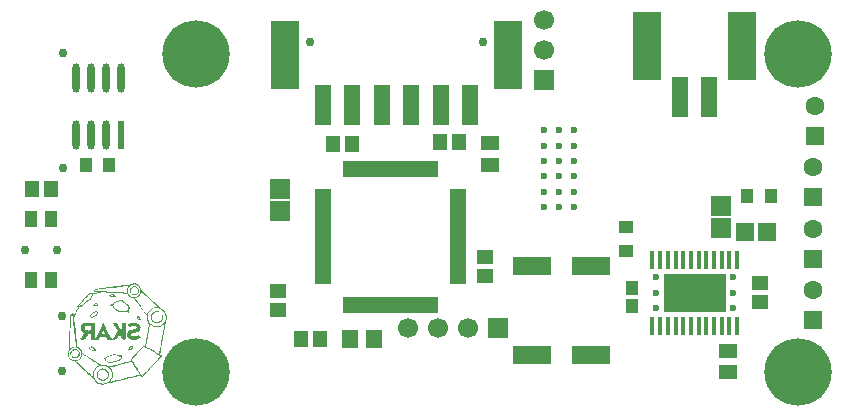
<source format=gbr>
%TF.GenerationSoftware,Altium Limited,Altium Designer,25.4.2 (15)*%
G04 Layer_Color=16711935*
%FSLAX45Y45*%
%MOMM*%
%TF.SameCoordinates,7A81EC90-EEC5-4681-87D9-92CB7B0FDDE2*%
%TF.FilePolarity,Negative*%
%TF.FileFunction,Soldermask,Bot*%
%TF.Part,Single*%
G01*
G75*
%TA.AperFunction,SMDPad,CuDef*%
%ADD13R,1.45620X1.30464*%
%ADD17R,3.20000X1.60000*%
%ADD23R,1.25000X1.00000*%
%ADD25R,1.00000X1.25000*%
%ADD32R,1.30464X1.45620*%
%TA.AperFunction,ComponentPad*%
%ADD41C,0.75000*%
%ADD42R,1.60000X1.60000*%
%ADD43C,1.60000*%
%TA.AperFunction,ViaPad*%
%ADD45C,0.60000*%
%TA.AperFunction,SMDPad,CuDef*%
%ADD48R,1.05822X1.30606*%
%ADD49R,1.00000X1.45000*%
%ADD51R,0.30000X1.60000*%
%ADD52R,0.62213X2.46916*%
G04:AMPARAMS|DCode=53|XSize=2.46916mm|YSize=0.62213mm|CornerRadius=0.31107mm|HoleSize=0mm|Usage=FLASHONLY|Rotation=90.000|XOffset=0mm|YOffset=0mm|HoleType=Round|Shape=RoundedRectangle|*
%AMROUNDEDRECTD53*
21,1,2.46916,0.00000,0,0,90.0*
21,1,1.84702,0.62213,0,0,90.0*
1,1,0.62213,0.00000,0.92351*
1,1,0.62213,0.00000,-0.92351*
1,1,0.62213,0.00000,-0.92351*
1,1,0.62213,0.00000,0.92351*
%
%ADD53ROUNDEDRECTD53*%
%ADD57R,1.50464X1.55620*%
%ADD67R,1.55000X1.20000*%
%ADD69R,1.40000X3.40000*%
%ADD70R,2.40000X5.80000*%
%ADD74R,1.40000X1.65000*%
%TA.AperFunction,ConnectorPad*%
%ADD76R,2.40000X5.80000*%
%ADD77R,1.40000X3.40000*%
%TA.AperFunction,ComponentPad*%
%ADD78R,1.70000X1.70000*%
%ADD79C,1.70000*%
%ADD80C,0.75000*%
%ADD81R,1.70000X1.70000*%
%TA.AperFunction,ViaPad*%
%ADD82C,5.70000*%
%TA.AperFunction,NonConductor*%
%ADD83R,5.26000X3.20000*%
%TA.AperFunction,SMDPad,CuDef*%
%ADD84R,1.75000X1.70000*%
%ADD85R,0.50000X1.40000*%
%ADD86R,1.40000X0.50000*%
G36*
X3541139Y10353487D02*
X3550221Y10351010D01*
X3561780Y10346056D01*
X3565082Y10342754D01*
X3568384Y10341103D01*
X3577466Y10332021D01*
X3589025Y10310554D01*
X3590676Y10297345D01*
X3594804Y10296519D01*
X3614619Y10276704D01*
X3617922Y10275053D01*
X3657551Y10235423D01*
X3660854Y10233772D01*
X3700484Y10194142D01*
X3703786Y10192491D01*
X3743416Y10152861D01*
X3768185Y10139651D01*
X3771487Y10136348D01*
X3774790Y10134697D01*
X3781395Y10128092D01*
X3788825Y10119010D01*
X3800384Y10097544D01*
X3803687Y10089288D01*
X3805338Y10062868D01*
X3803687Y10051309D01*
X3799558Y10037274D01*
X3797907Y10030669D01*
X3796256Y10022413D01*
X3792953Y10002598D01*
X3791302Y9994341D01*
X3786349Y9964619D01*
X3784697Y9956363D01*
X3781395Y9936548D01*
X3779744Y9928292D01*
X3776441Y9908477D01*
X3774790Y9900221D01*
X3769836Y9870498D01*
X3768185Y9862242D01*
X3764882Y9842427D01*
X3763231Y9834171D01*
X3759928Y9814356D01*
X3758277Y9806100D01*
X3753323Y9776377D01*
X3751672Y9768121D01*
X3749195Y9750783D01*
X3763231Y9743353D01*
X3765708Y9740876D01*
X3752498Y9727666D01*
X3750847Y9724363D01*
X3731032Y9704548D01*
X3729381Y9701246D01*
X3709566Y9681431D01*
X3707914Y9678128D01*
X3688100Y9658314D01*
X3686448Y9655011D01*
X3664982Y9633545D01*
X3663331Y9630242D01*
X3643516Y9610428D01*
X3641865Y9607125D01*
X3622050Y9587310D01*
X3620398Y9584008D01*
X3600584Y9564193D01*
X3598932Y9560890D01*
X3594804Y9556762D01*
X3587374Y9567495D01*
X3585722Y9570798D01*
X3583246Y9573274D01*
X3575815Y9572449D01*
X3549395Y9565844D01*
X3541139Y9564193D01*
X3494904Y9552634D01*
X3486648Y9550983D01*
X3440413Y9539424D01*
X3432157Y9537773D01*
X3392527Y9527865D01*
X3384271Y9526214D01*
X3338036Y9514655D01*
X3329780Y9513004D01*
X3316570Y9509702D01*
X3305837Y9507225D01*
X3289324Y9500620D01*
X3284371Y9498969D01*
X3256300Y9497317D01*
X3244741Y9498969D01*
X3235659Y9501446D01*
X3224926Y9505574D01*
X3215018Y9512179D01*
X3211716Y9513830D01*
X3199332Y9526214D01*
X3197680Y9529517D01*
X3194378Y9532819D01*
X3186122Y9547680D01*
X3170435Y9563367D01*
X3167132Y9565018D01*
X3152271Y9579879D01*
X3148969Y9581531D01*
X3132456Y9598043D01*
X3129154Y9599695D01*
X3114292Y9614556D01*
X3110990Y9616207D01*
X3094478Y9632719D01*
X3091175Y9634371D01*
X3076314Y9649232D01*
X3073012Y9650883D01*
X3056499Y9667395D01*
X3053197Y9669047D01*
X3036684Y9685559D01*
X3033382Y9687210D01*
X3027602Y9692990D01*
X3029254Y9694641D01*
X3016869Y9697118D01*
X3010264Y9698769D01*
X2995403Y9705374D01*
X2992101Y9707025D01*
X2988798Y9710328D01*
X2985496Y9711979D01*
X2984670Y9714456D01*
X2978065Y9721061D01*
X2968158Y9739224D01*
X2966506Y9767296D01*
X2968158Y9773901D01*
X2973937Y9787936D01*
X2975588Y9807751D01*
X2989624Y10089288D01*
X3013567Y10101672D01*
X3015218Y10095067D01*
X3016869Y10081857D01*
X3017695Y10082683D01*
X3019346Y10085985D01*
X3032556Y10114057D01*
X3040812Y10127267D01*
X3050720Y10145430D01*
X3052371Y10153686D01*
X3049069Y10161943D01*
X3052371Y10170199D01*
X3054022Y10173501D01*
X3058976Y10178455D01*
X3060627Y10181758D01*
X3083745Y10204875D01*
X3085396Y10208177D01*
X3088698Y10211480D01*
X3090350Y10214782D01*
X3093652Y10218085D01*
X3095303Y10221387D01*
X3124200Y10250284D01*
X3127503Y10251935D01*
X3137410Y10261843D01*
X3140713Y10263494D01*
X3152271Y10271750D01*
X3163830Y10273402D01*
X3172086Y10270099D01*
X3190250Y10268448D01*
X3209239Y10274227D01*
X3217495Y10277530D01*
X3218321Y10278355D01*
X3225751Y10280832D01*
X3224926Y10281658D01*
X3186947Y10283309D01*
X3186122Y10285786D01*
X3189424Y10294042D01*
X3196029Y10308903D01*
X3204285Y10310554D01*
X3248869Y10315508D01*
X3262079Y10317159D01*
X3306662Y10322113D01*
X3319872Y10323764D01*
X3379317Y10330369D01*
X3392527Y10332021D01*
X3437110Y10336974D01*
X3450321Y10338626D01*
X3465182Y10340277D01*
X3489125Y10342754D01*
X3503160Y10348533D01*
X3513893Y10352661D01*
X3518847Y10354313D01*
X3541139Y10353487D01*
D02*
G37*
%LPC*%
G36*
X3480869Y10332846D02*
X3470135Y10332021D01*
X3456926Y10330369D01*
X3412342Y10325416D01*
X3399132Y10323764D01*
X3354549Y10318811D01*
X3341339Y10317159D01*
X3296755Y10312206D01*
X3283545Y10310554D01*
X3238962Y10305601D01*
X3203460Y10301473D01*
X3200983Y10298996D01*
X3199332Y10292391D01*
X3239787Y10289914D01*
X3241438D01*
X3250520Y10289088D01*
X3276940Y10287437D01*
X3333082Y10284135D01*
X3359502Y10282483D01*
X3387573Y10280832D01*
X3413993Y10279181D01*
X3467659Y10276704D01*
X3466833Y10297345D01*
X3470135Y10310554D01*
X3476740Y10325416D01*
X3478392Y10328718D01*
X3481694Y10332021D01*
X3480869Y10332846D01*
D02*
G37*
G36*
X3533708Y10346056D02*
X3517196Y10344405D01*
X3499032Y10336149D01*
X3495730Y10334497D01*
X3487473Y10324590D01*
X3479217Y10311380D01*
X3477566Y10304775D01*
X3475915Y10291565D01*
X3476740Y10282483D01*
X3478392Y10275878D01*
X3484997Y10261017D01*
X3489950Y10256064D01*
X3499032Y10248633D01*
X3513893Y10240377D01*
X3530406Y10238726D01*
X3541964Y10240377D01*
X3553523Y10243679D01*
X3565082Y10251935D01*
X3572513Y10261017D01*
X3580769Y10275878D01*
X3582420Y10300647D01*
X3580769Y10307252D01*
X3575815Y10318811D01*
X3574164Y10322113D01*
X3570861Y10325416D01*
X3569210Y10328718D01*
X3561780Y10334497D01*
X3550221Y10341103D01*
X3549395Y10341928D01*
X3540313Y10344405D01*
X3533708Y10346056D01*
D02*
G37*
G36*
X3162179Y10265145D02*
X3147318Y10258540D01*
X3140713Y10251935D01*
X3137410Y10250284D01*
X3120897Y10233772D01*
X3117595Y10232121D01*
X3106862Y10221387D01*
X3105211Y10218085D01*
X3101908Y10214782D01*
X3100257Y10211480D01*
X3096954Y10208177D01*
X3095303Y10204875D01*
X3094478Y10204049D01*
X3092001Y10201572D01*
X3090350Y10198270D01*
X3087873Y10195793D01*
X3084570Y10194142D01*
X3075488Y10185060D01*
X3073837Y10181758D01*
X3069709Y10177629D01*
X3062278Y10168548D01*
X3060627Y10165245D01*
X3063104Y10164420D01*
X3076314Y10167722D01*
X3091175Y10174327D01*
X3094478Y10177629D01*
X3097780Y10179281D01*
X3101083Y10182583D01*
X3104385Y10184234D01*
X3110164Y10190014D01*
X3111816Y10193316D01*
X3121723Y10201572D01*
X3130805Y10209003D01*
X3134108Y10210654D01*
X3139061Y10215608D01*
X3142364Y10217259D01*
X3152271Y10227167D01*
X3159702Y10236249D01*
X3165481Y10245331D01*
X3169609Y10256064D01*
X3167958Y10262669D01*
X3162179Y10265145D01*
D02*
G37*
G36*
X3591502Y10284960D02*
X3589025Y10274227D01*
X3580769Y10256064D01*
X3570036Y10245331D01*
X3558477Y10237074D01*
X3545267Y10232121D01*
X3537836Y10229643D01*
X3584071Y10163594D01*
X3585722Y10160291D01*
X3589025Y10156989D01*
X3590676Y10153686D01*
X3631957Y10095893D01*
X3633608Y10092590D01*
X3637736Y10088462D01*
X3638562Y10090939D01*
X3650121Y10115708D01*
X3651772Y10119010D01*
X3664982Y10132220D01*
X3674064Y10139651D01*
X3688100Y10147082D01*
X3697181Y10149558D01*
X3698007Y10150384D01*
X3704612Y10152035D01*
X3731032Y10153686D01*
X3721950Y10162768D01*
X3718647Y10164420D01*
X3679018Y10204049D01*
X3675715Y10205701D01*
X3636085Y10245331D01*
X3632783Y10246982D01*
X3596456Y10283309D01*
X3591502Y10284960D01*
D02*
G37*
G36*
X3720299Y10144605D02*
X3716996D01*
X3697181Y10141302D01*
X3679018Y10133046D01*
X3675715Y10129744D01*
X3672413Y10128092D01*
X3665808Y10121487D01*
X3658377Y10112405D01*
X3650121Y10097544D01*
X3646818Y10089288D01*
X3645167Y10057914D01*
X3646818Y10051309D01*
X3651772Y10034797D01*
X3658377Y10024890D01*
X3660028Y10021587D01*
X3669936Y10011679D01*
X3685623Y10000946D01*
X3688925Y9999295D01*
X3700484Y9994341D01*
X3725252Y9992690D01*
X3736811Y9994341D01*
X3743416Y9995993D01*
X3761580Y10004249D01*
X3764882Y10005900D01*
X3769836Y10010854D01*
X3775615Y10014982D01*
X3777267Y10018285D01*
X3782220Y10023238D01*
X3790477Y10038100D01*
X3793779Y10046356D01*
X3795430Y10051309D01*
X3797082Y10071124D01*
X3793779Y10090939D01*
X3783872Y10112405D01*
X3766533Y10129744D01*
X3751672Y10138000D01*
X3740114Y10142953D01*
X3720299Y10144605D01*
D02*
G37*
G36*
X3784697Y10012505D02*
X3780569Y10008377D01*
X3770661Y10000121D01*
X3757452Y9991865D01*
X3744242Y9986911D01*
X3737637Y9985260D01*
X3724427Y9983608D01*
X3707089Y9984434D01*
X3693879Y9987736D01*
X3685623Y9991039D01*
X3674064Y9997644D01*
X3670762Y9999295D01*
X3667459Y10002598D01*
X3662505Y10004249D01*
X3660854Y9995993D01*
X3657551Y9976178D01*
X3655900Y9967922D01*
X3654249Y9958014D01*
X3652598Y9949758D01*
X3650946Y9939851D01*
X3649295Y9931594D01*
X3645993Y9911779D01*
X3644341Y9903523D01*
X3642690Y9893616D01*
X3640213Y9879580D01*
X3638562Y9872975D01*
X3636911Y9861416D01*
X3635260Y9854811D01*
X3633608Y9843253D01*
X3631957Y9836648D01*
X3630306Y9825089D01*
X3628655Y9820135D01*
X3632783Y9817659D01*
X3655900Y9804449D01*
X3674064Y9794541D01*
X3687274Y9786285D01*
X3721950Y9766470D01*
X3740114Y9756563D01*
X3741765Y9763167D01*
X3743416Y9771424D01*
X3746719Y9791239D01*
X3749195Y9805274D01*
X3750847Y9811879D01*
X3752498Y9823438D01*
X3754149Y9830043D01*
Y9831694D01*
X3754975Y9837473D01*
X3756626Y9847381D01*
X3758277Y9855637D01*
X3763231Y9885359D01*
X3764882Y9893616D01*
X3768185Y9913431D01*
X3769836Y9921687D01*
X3773139Y9941502D01*
X3774790Y9949758D01*
X3778092Y9969573D01*
X3780569Y9983608D01*
X3782220Y9990213D01*
X3783872Y10001772D01*
X3785523Y10006726D01*
X3784697Y10012505D01*
D02*
G37*
G36*
X3252997Y10280007D02*
X3229879Y10273402D01*
X3221623Y10270099D01*
X3203460Y10261843D01*
X3178691Y10260192D01*
X3177865Y10256064D01*
X3176214Y10249459D01*
X3167958Y10231295D01*
X3163004Y10226341D01*
X3161353Y10223039D01*
X3155574Y10217259D01*
X3152271Y10215608D01*
X3145666Y10209003D01*
X3142364Y10207352D01*
X3139061Y10204049D01*
X3135759Y10202398D01*
X3132456Y10199096D01*
X3129154Y10197444D01*
X3107688Y10175978D01*
X3104385Y10174327D01*
X3101083Y10171024D01*
X3076314Y10157815D01*
X3061453Y10156163D01*
X3060627Y10147082D01*
X3055673Y10135523D01*
X3045766Y10119010D01*
X3034207Y10097544D01*
X3025951Y10079380D01*
X3019346Y10064519D01*
X3020172Y10055438D01*
X3033382Y9949758D01*
X3035859Y9927466D01*
X3037510Y9920861D01*
X3039161Y9904349D01*
X3040812Y9892790D01*
Y9891139D01*
X3041638Y9883708D01*
X3046592Y9844078D01*
X3049069Y9818484D01*
X3051545Y9816007D01*
X3059802Y9812705D01*
X3063104Y9809402D01*
X3066407Y9807751D01*
X3075488Y9798669D01*
X3083745Y9787110D01*
X3088698Y9773901D01*
X3091175Y9764819D01*
X3094478Y9763167D01*
X3112641Y9751609D01*
X3115944Y9749958D01*
X3134108Y9738399D01*
X3137410Y9736748D01*
X3155574Y9725189D01*
X3158876Y9723538D01*
X3177040Y9711979D01*
X3180342Y9710328D01*
X3198506Y9698769D01*
X3201808Y9697118D01*
X3211716Y9690513D01*
X3215018Y9688861D01*
X3224926Y9682257D01*
X3228228Y9680605D01*
X3241438Y9672349D01*
X3244741Y9670698D01*
X3248043Y9667395D01*
X3254648Y9665744D01*
X3259602Y9667395D01*
X3280243Y9664918D01*
X3290976Y9662442D01*
X3309139Y9654185D01*
X3312442Y9650883D01*
X3318221Y9651709D01*
X3326477Y9653360D01*
X3412342Y9674826D01*
X3420598Y9676477D01*
X3506463Y9697944D01*
X3501509Y9706200D01*
X3499858Y9712805D01*
X3513068Y9726015D01*
X3514719Y9729317D01*
X3534534Y9749132D01*
X3536185Y9752434D01*
X3556000Y9772249D01*
X3557651Y9775552D01*
X3577466Y9795367D01*
X3579118Y9798669D01*
X3598932Y9818484D01*
X3600584Y9821787D01*
X3609665Y9830869D01*
X3621224Y9824264D01*
X3622875Y9832520D01*
X3624527Y9842427D01*
X3626178Y9850683D01*
X3629480Y9870498D01*
X3631132Y9878754D01*
X3632783Y9888662D01*
X3634434Y9896918D01*
X3637736Y9916733D01*
X3639388Y9924989D01*
X3641039Y9934897D01*
X3642690Y9943153D01*
X3645993Y9962968D01*
X3648470Y9977003D01*
X3650121Y9983608D01*
X3651772Y9995167D01*
X3653423Y10001772D01*
X3655075Y10013331D01*
X3650121Y10021587D01*
X3642690Y10035623D01*
X3638562Y10046356D01*
X3636911Y10051309D01*
X3635260Y10076078D01*
X3618747Y10099195D01*
X3617096Y10102498D01*
X3613794Y10105800D01*
X3612142Y10109103D01*
X3546092Y10201572D01*
X3544441Y10204875D01*
X3541139Y10208177D01*
X3539488Y10211480D01*
X3527103Y10228818D01*
X3507288Y10233772D01*
X3495730Y10238726D01*
X3492427Y10242028D01*
X3489125Y10243679D01*
X3484997Y10247807D01*
X3483345Y10251110D01*
X3480043Y10254412D01*
X3473438Y10265971D01*
X3455274Y10267622D01*
X3428854Y10269273D01*
X3380143Y10271750D01*
X3368584Y10273402D01*
X3332257Y10275053D01*
X3310790Y10276704D01*
X3279417Y10278355D01*
X3252997Y10280007D01*
D02*
G37*
G36*
X3006962Y10088462D02*
X2998706Y10083509D01*
X2997054Y10057089D01*
X2988798Y9891964D01*
X2986321Y9830043D01*
X2984670Y9825089D01*
X2985496Y9802797D01*
X2990449Y9807751D01*
X3005310Y9816007D01*
X3013567Y9819310D01*
X3031731Y9820961D01*
X3036684Y9819310D01*
X3040812Y9820135D01*
X3039987Y9825915D01*
X3015218Y10024064D01*
X3012741Y10048007D01*
Y10049658D01*
X3011090Y10059566D01*
X3009439Y10066171D01*
X3006962Y10088462D01*
D02*
G37*
G36*
X3029254Y9811879D02*
X3020172Y9811054D01*
X3013567Y9809402D01*
X2998706Y9802797D01*
X2995403Y9801146D01*
X2992926Y9798669D01*
X2992101Y9797843D01*
X2984670Y9788762D01*
X2976414Y9773901D01*
X2974763Y9754086D01*
X2979716Y9734271D01*
X2987972Y9722712D01*
X2997054Y9715282D01*
X3008613Y9708677D01*
X3016869Y9705374D01*
X3040812Y9706200D01*
X3049894Y9708677D01*
X3059802Y9715282D01*
X3063104Y9716933D01*
X3068058Y9721886D01*
X3076314Y9735096D01*
X3079616Y9743353D01*
X3082093Y9754086D01*
X3080442Y9770598D01*
X3072186Y9788762D01*
X3070535Y9792064D01*
X3060627Y9800321D01*
X3047417Y9808577D01*
X3029254Y9811879D01*
D02*
G37*
G36*
X3611317Y9819310D02*
X3598932Y9806926D01*
X3597281Y9803623D01*
X3577466Y9783808D01*
X3575815Y9780505D01*
X3556000Y9760691D01*
X3554349Y9757388D01*
X3534534Y9737573D01*
X3532883Y9734271D01*
X3509765Y9711153D01*
X3514719Y9701246D01*
X3526278Y9683082D01*
X3527929Y9679780D01*
X3534534Y9669872D01*
X3535359Y9669047D01*
X3536185Y9666570D01*
X3547744Y9648406D01*
X3549395Y9645104D01*
X3560954Y9626940D01*
X3562605Y9623638D01*
X3569210Y9613730D01*
X3570861Y9610428D01*
X3577466Y9600520D01*
X3579118Y9597218D01*
X3587374Y9584008D01*
X3593979Y9572449D01*
X3596456Y9571623D01*
X3602235Y9577403D01*
X3603886Y9580705D01*
X3623701Y9600520D01*
X3625352Y9603823D01*
X3645167Y9623638D01*
X3646818Y9626940D01*
X3668285Y9648406D01*
X3669936Y9651709D01*
X3689751Y9671523D01*
X3691402Y9674826D01*
X3711217Y9694641D01*
X3712868Y9697944D01*
X3732683Y9717758D01*
X3734334Y9721061D01*
X3752498Y9739224D01*
X3746719Y9741701D01*
X3733509Y9749958D01*
X3698833Y9769772D01*
X3680669Y9779680D01*
X3667459Y9787936D01*
X3632783Y9807751D01*
X3611317Y9819310D01*
D02*
G37*
G36*
X3091175Y9754911D02*
X3088698Y9742527D01*
X3080442Y9724363D01*
X3078791Y9721061D01*
X3070535Y9712805D01*
X3061453Y9705374D01*
X3049069Y9699595D01*
X3039987Y9697118D01*
X3039161Y9694641D01*
X3046592Y9687210D01*
X3049894Y9685559D01*
X3066407Y9669047D01*
X3069709Y9667395D01*
X3084570Y9652534D01*
X3087873Y9650883D01*
X3104385Y9634371D01*
X3107688Y9632719D01*
X3122549Y9617858D01*
X3125851Y9616207D01*
X3142364Y9599695D01*
X3145666Y9598043D01*
X3160527Y9583182D01*
X3163830Y9581531D01*
X3173737Y9571623D01*
X3174563Y9570798D01*
X3178691Y9566670D01*
X3179517Y9588961D01*
X3181168Y9600520D01*
X3184470Y9612079D01*
X3187773Y9620335D01*
X3194378Y9630242D01*
X3196029Y9633545D01*
X3205936Y9643452D01*
X3215018Y9650883D01*
X3218321Y9652534D01*
X3220798Y9655011D01*
X3238962Y9663267D01*
X3238136Y9664093D01*
X3234833Y9665744D01*
X3216670Y9677303D01*
X3213367Y9678954D01*
X3195203Y9690513D01*
X3191901Y9692164D01*
X3173737Y9703723D01*
X3170435Y9705374D01*
X3160527Y9711979D01*
X3157225Y9713630D01*
X3139061Y9725189D01*
X3135759Y9726840D01*
X3117595Y9738399D01*
X3114292Y9740050D01*
X3104385Y9746655D01*
X3101083Y9748306D01*
X3091175Y9754911D01*
D02*
G37*
G36*
X3512242Y9688861D02*
X3503160Y9688036D01*
X3430506Y9669872D01*
X3422249Y9668221D01*
X3349595Y9650057D01*
X3341339Y9648406D01*
X3334733Y9646755D01*
X3324000Y9644278D01*
X3338036Y9623638D01*
Y9621986D01*
X3339687Y9620335D01*
X3342164Y9614556D01*
X3345467Y9606300D01*
X3347118Y9599695D01*
X3349595Y9579054D01*
X3347944Y9572449D01*
X3346292Y9560890D01*
X3344641Y9554285D01*
X3336385Y9536122D01*
X3333082Y9532819D01*
X3331431Y9529517D01*
X3323175Y9521260D01*
X3324000Y9520435D01*
X3326477Y9521260D01*
X3333082Y9522912D01*
X3341339Y9524563D01*
X3387573Y9536122D01*
X3395829Y9537773D01*
X3435459Y9547680D01*
X3443715Y9549332D01*
X3489950Y9560890D01*
X3498207Y9562541D01*
X3537836Y9572449D01*
X3548569Y9574926D01*
X3568384Y9579879D01*
X3577466Y9582357D01*
X3572513Y9592264D01*
X3560954Y9610428D01*
X3559303Y9613730D01*
X3547744Y9631894D01*
X3546092Y9635196D01*
X3539488Y9645104D01*
X3537836Y9648406D01*
X3531231Y9658314D01*
X3529580Y9661616D01*
X3521324Y9674826D01*
X3514719Y9686385D01*
X3512242Y9688861D01*
D02*
G37*
G36*
X3277766Y9657488D02*
X3250520Y9656662D01*
X3239787Y9654185D01*
X3221623Y9645929D01*
X3218321Y9642627D01*
X3215018Y9640976D01*
X3207588Y9633545D01*
X3205936Y9630242D01*
X3202634Y9626940D01*
X3192727Y9608776D01*
X3189424Y9600520D01*
X3187773Y9577403D01*
X3189424Y9565844D01*
X3191075Y9559239D01*
X3199332Y9541075D01*
X3200983Y9537773D01*
X3212541Y9526214D01*
X3221623Y9518784D01*
X3233182Y9512179D01*
X3241438Y9508876D01*
X3246392Y9507225D01*
X3248043D01*
X3266207Y9505574D01*
X3286022Y9508876D01*
X3304185Y9517132D01*
X3307488Y9518784D01*
X3310790Y9522086D01*
X3314093Y9523737D01*
X3319872Y9529517D01*
X3321523Y9532819D01*
X3324826Y9536122D01*
X3338036Y9560890D01*
X3339687Y9588961D01*
X3338036Y9600520D01*
X3334733Y9608776D01*
X3333082Y9615381D01*
X3326477Y9625289D01*
X3324826Y9628591D01*
X3316570Y9636847D01*
X3307488Y9644278D01*
X3304185Y9645929D01*
X3301709Y9648406D01*
X3293452Y9651709D01*
X3282719Y9655837D01*
X3277766Y9657488D01*
D02*
G37*
%LPD*%
G36*
X3538662Y10331195D02*
X3550221Y10326241D01*
X3553523Y10324590D01*
X3559303Y10318811D01*
X3569210Y10300647D01*
Y10298996D01*
Y10287437D01*
X3567559Y10280832D01*
X3564256Y10272576D01*
X3562605Y10269273D01*
X3553523Y10260192D01*
X3541964Y10253587D01*
X3523801Y10251935D01*
X3505637Y10260192D01*
X3502335Y10261843D01*
X3491602Y10277530D01*
X3489950Y10298996D01*
X3491602Y10305601D01*
X3494904Y10313857D01*
X3499858Y10318811D01*
X3509765Y10327067D01*
X3520498Y10331195D01*
X3527103Y10332846D01*
X3538662Y10331195D01*
D02*
G37*
%LPC*%
G36*
X3525452Y10322939D02*
X3518847Y10321287D01*
X3510591Y10317985D01*
X3499858Y10303949D01*
X3498207Y10289088D01*
X3499858Y10282483D01*
X3503160Y10274227D01*
X3511416Y10265971D01*
X3519673Y10262669D01*
X3527929Y10261017D01*
X3537011Y10261843D01*
X3545267Y10265145D01*
X3548569Y10266797D01*
X3551872Y10270099D01*
X3558477Y10280007D01*
X3560954Y10290740D01*
X3559303Y10302298D01*
X3558477Y10303124D01*
X3554349Y10310554D01*
X3552697Y10313857D01*
X3541964Y10321287D01*
X3525452Y10322939D01*
D02*
G37*
%LPD*%
G36*
X3736811Y10118185D02*
X3748370Y10113231D01*
X3751672Y10111580D01*
X3759103Y10104149D01*
X3767359Y10092590D01*
X3771487Y10081857D01*
X3773139Y10071950D01*
X3772313Y10056263D01*
X3771487Y10055438D01*
X3764057Y10039751D01*
X3762405Y10036448D01*
X3753323Y10027366D01*
X3735160Y10017459D01*
X3716996Y10015808D01*
X3703786Y10019110D01*
X3692228Y10024064D01*
X3688925Y10027366D01*
X3685623Y10029018D01*
X3683146Y10031495D01*
X3681495Y10034797D01*
X3678192Y10038100D01*
X3669936Y10052961D01*
X3668285Y10074427D01*
X3669936Y10081032D01*
X3678192Y10099195D01*
X3682320Y10104975D01*
X3685623Y10106626D01*
X3688925Y10109928D01*
X3698007Y10115708D01*
X3706263Y10119010D01*
X3723601Y10121487D01*
X3736811Y10118185D01*
D02*
G37*
%LPC*%
G36*
X3713694Y10111580D02*
X3707089Y10109928D01*
X3695530Y10104975D01*
X3686448Y10095893D01*
X3679018Y10081857D01*
X3677366Y10071950D01*
X3678192Y10057914D01*
X3683146Y10046356D01*
X3684797Y10043053D01*
X3693879Y10033971D01*
X3705438Y10027366D01*
X3730206Y10025715D01*
X3745067Y10032320D01*
X3748370Y10033971D01*
X3755800Y10043053D01*
X3761580Y10052135D01*
X3763231Y10058740D01*
X3764057Y10059566D01*
X3763231Y10078555D01*
X3760754Y10087637D01*
X3752498Y10099195D01*
X3736811Y10109928D01*
X3713694Y10111580D01*
D02*
G37*
%LPD*%
G36*
X3357025Y10260192D02*
X3368584Y10256889D01*
X3374363Y10251110D01*
X3376015Y10244505D01*
X3371887Y10240377D01*
X3366107Y10237900D01*
X3356200Y10236249D01*
X3340513Y10237074D01*
X3338861D01*
X3333908Y10238726D01*
X3325652Y10242028D01*
X3321523Y10246156D01*
X3319872Y10252761D01*
X3325652Y10258540D01*
X3340513Y10261843D01*
X3357025Y10260192D01*
D02*
G37*
G36*
X3216670Y10184234D02*
X3219146Y10181758D01*
X3220798Y10171850D01*
X3215018Y10166071D01*
X3214193Y10165245D01*
X3208413Y10161117D01*
X3191901Y10159466D01*
X3184470Y10168548D01*
X3187773Y10176804D01*
X3198506Y10184234D01*
X3210065Y10185886D01*
X3216670Y10184234D01*
D02*
G37*
G36*
X3424726Y10210654D02*
X3449495Y10199096D01*
X3452797Y10197444D01*
X3459402Y10190839D01*
X3462705Y10189188D01*
X3468484Y10183409D01*
X3470135Y10180106D01*
X3473438Y10176804D01*
X3483345Y10158640D01*
X3489950Y10142128D01*
X3489125Y10133046D01*
X3486648Y10114057D01*
X3484997Y10102498D01*
X3477566Y10101672D01*
X3476740Y10110754D01*
X3478392Y10115708D01*
X3477566Y10118185D01*
X3474264Y10116533D01*
X3472612D01*
X3466007Y10113231D01*
X3461054Y10111580D01*
X3431331Y10109928D01*
X3414819Y10111580D01*
X3401609Y10114882D01*
X3393353Y10118185D01*
X3381794Y10123139D01*
X3370235Y10131395D01*
X3366933Y10133046D01*
X3357851Y10142128D01*
X3346292Y10156989D01*
X3344641Y10166896D01*
X3342164Y10167722D01*
X3330605Y10159466D01*
X3326477Y10166896D01*
X3338861Y10175978D01*
X3342164Y10177629D01*
X3344641Y10180106D01*
X3346292Y10183409D01*
X3349595Y10186711D01*
X3351246Y10190014D01*
X3355374Y10192491D01*
X3361153Y10196619D01*
X3369410Y10199921D01*
X3385096Y10205701D01*
X3391701Y10207352D01*
X3399958Y10210654D01*
X3418121Y10212305D01*
X3424726Y10210654D01*
D02*
G37*
G36*
X3216670Y10118185D02*
X3220798Y10114057D01*
X3222449Y10104149D01*
X3217495Y10092590D01*
X3215844Y10089288D01*
X3208413Y10081857D01*
X3202634Y10077729D01*
X3192727Y10071124D01*
X3182819Y10066171D01*
X3173737Y10063694D01*
X3168784Y10062042D01*
X3157225Y10065345D01*
X3154748Y10067822D01*
X3153097Y10076078D01*
X3156399Y10087637D01*
X3161353Y10092590D01*
X3163004Y10095893D01*
X3163830Y10096718D01*
X3165481Y10098370D01*
X3168784Y10100021D01*
X3172912Y10104149D01*
X3189424Y10114057D01*
X3200157Y10118185D01*
X3205111Y10119836D01*
X3216670Y10118185D01*
D02*
G37*
G36*
X3574989Y10070299D02*
X3582420Y10061217D01*
X3584071Y10051309D01*
X3579943Y10047181D01*
X3571687Y10045530D01*
X3570036D01*
X3563431Y10047181D01*
X3560128Y10050484D01*
X3552697Y10059566D01*
X3551046Y10069473D01*
X3555175Y10073601D01*
X3563431Y10075252D01*
X3574989Y10070299D01*
D02*
G37*
G36*
X3460228Y9879580D02*
X3437936Y9878754D01*
X3412342Y9917559D01*
X3410691Y9920861D01*
X3408214Y9923338D01*
X3380968Y9886185D01*
X3379317Y9882883D01*
X3376840Y9880406D01*
X3348769Y9878754D01*
X3347118D01*
X3341339Y9879580D01*
X3346292Y9889487D01*
X3362805Y9912605D01*
X3364456Y9915908D01*
X3372712Y9927466D01*
X3374363Y9930769D01*
X3382620Y9942327D01*
X3384271Y9945630D01*
X3387573Y9948932D01*
X3389225Y9952235D01*
X3356200Y10005074D01*
X3354549Y10008377D01*
X3346292Y10019936D01*
X3380143Y10020761D01*
X3381794Y10017459D01*
X3401609Y9984434D01*
X3418121Y9956363D01*
X3428029Y9939851D01*
X3428854Y10019936D01*
X3459402Y10020761D01*
X3460228Y9879580D01*
D02*
G37*
G36*
X3545267Y10020761D02*
X3551872Y10019110D01*
X3563431Y10014157D01*
X3566733Y10010854D01*
X3570036Y10009203D01*
X3578292Y9997644D01*
X3581594Y9989388D01*
X3583246Y9981132D01*
X3582420Y9970398D01*
X3579118Y9962142D01*
X3577466Y9958840D01*
X3570861Y9952235D01*
X3557651Y9943979D01*
X3544441Y9939025D01*
X3533708Y9936548D01*
X3520498Y9933246D01*
X3508940Y9929943D01*
X3501509Y9920861D01*
X3503986Y9911779D01*
X3507288Y9910128D01*
X3510591Y9906826D01*
X3530406Y9905174D01*
X3541964Y9906826D01*
X3548569Y9908477D01*
X3556826Y9911779D01*
X3566733Y9918384D01*
X3570036Y9920036D01*
X3577466Y9910954D01*
X3579118Y9907651D01*
X3581594Y9905174D01*
X3582420Y9904349D01*
X3585722Y9899395D01*
X3587374Y9896092D01*
X3576641Y9888662D01*
X3564256Y9882883D01*
X3555175Y9880406D01*
X3550221Y9878754D01*
X3520498Y9877103D01*
X3513893Y9878754D01*
X3502335Y9880406D01*
X3490776Y9885359D01*
X3487473Y9887011D01*
X3484171Y9890313D01*
X3480869Y9891964D01*
X3470135Y9907651D01*
X3468484Y9925815D01*
X3470135Y9932420D01*
X3473438Y9940676D01*
X3475089Y9943979D01*
X3480869Y9949758D01*
X3494904Y9957189D01*
X3508114Y9962142D01*
X3516370Y9963794D01*
X3527103Y9966270D01*
X3533708Y9967922D01*
X3545267Y9971224D01*
X3547744Y9973701D01*
X3549395Y9986911D01*
X3543616Y9992690D01*
X3518847Y9994341D01*
X3512242Y9992690D01*
X3507288Y9991039D01*
X3500683Y9989388D01*
X3497381Y9986085D01*
X3490776Y9984434D01*
X3476740Y10003423D01*
X3475089Y10008377D01*
X3483345Y10013331D01*
X3499032Y10019110D01*
X3503986Y10020761D01*
X3533708Y10022413D01*
X3545267Y10020761D01*
D02*
G37*
G36*
X3275289Y10010028D02*
X3309965Y9937374D01*
X3338036Y9879580D01*
X3337210Y9878754D01*
X3305837Y9877103D01*
X3301709Y9884534D01*
X3292627Y9903523D01*
X3243915Y9902697D01*
X3233182Y9878754D01*
X3201808Y9877103D01*
X3199332Y9879580D01*
X3214193Y9909303D01*
X3245566Y9975352D01*
X3255474Y9996818D01*
X3256300Y9997644D01*
X3260428Y10006726D01*
X3267033Y10021587D01*
X3269509Y10022413D01*
X3275289Y10010028D01*
D02*
G37*
G36*
X3194378Y10021587D02*
X3196029Y9879580D01*
X3191901Y9878754D01*
X3186947Y9877103D01*
X3162179Y9878754D01*
X3160527Y9928292D01*
X3139887Y9927466D01*
X3138236Y9924164D01*
X3135759Y9921687D01*
X3134933Y9920861D01*
X3129980Y9912605D01*
X3128328Y9909303D01*
X3120072Y9897744D01*
X3118421Y9894441D01*
X3110164Y9882883D01*
X3108513Y9879580D01*
X3096129Y9878754D01*
X3091175Y9877103D01*
X3068883Y9879580D01*
X3073837Y9887836D01*
X3075488Y9891139D01*
X3083745Y9902697D01*
X3085396Y9906000D01*
X3093652Y9917559D01*
X3095303Y9920861D01*
X3101908Y9930769D01*
X3103559Y9934071D01*
X3094478Y9939851D01*
X3091175Y9941502D01*
X3083745Y9950584D01*
X3077140Y9962142D01*
X3075488Y9977003D01*
X3077140Y9988562D01*
X3082093Y10000121D01*
X3090350Y10008377D01*
X3103559Y10016633D01*
X3114292Y10020761D01*
X3119246Y10022413D01*
X3194378Y10021587D01*
D02*
G37*
G36*
X3518021Y9820135D02*
X3519673Y9813531D01*
X3516370Y9805274D01*
X3513068Y9801972D01*
X3511416Y9798669D01*
X3507288Y9796192D01*
X3498207Y9790413D01*
X3489125Y9787936D01*
X3480043Y9792064D01*
X3478392Y9798669D01*
X3481694Y9806926D01*
Y9808577D01*
X3484171Y9812705D01*
X3499032Y9824264D01*
X3512242Y9825915D01*
X3518021Y9820135D01*
D02*
G37*
G36*
X3177040Y9819310D02*
X3185296Y9816007D01*
X3195203Y9809402D01*
X3196029Y9808577D01*
X3202634Y9800321D01*
X3204285Y9788762D01*
X3196855Y9781331D01*
X3183645Y9779680D01*
X3177040Y9781331D01*
X3162179Y9787936D01*
X3158876Y9789587D01*
X3154748Y9793715D01*
X3148143Y9805274D01*
X3150620Y9814356D01*
X3156399Y9818484D01*
X3165481Y9820961D01*
X3177040Y9819310D01*
D02*
G37*
G36*
X3428854Y9754086D02*
X3430506Y9747481D01*
X3428029Y9746655D01*
X3425552Y9744178D01*
X3423901Y9734271D01*
X3425552Y9727666D01*
X3423901Y9721061D01*
X3420598Y9712805D01*
X3414819Y9707025D01*
X3413993Y9706200D01*
X3400783Y9699595D01*
X3392527Y9696292D01*
X3364456Y9686385D01*
X3357851Y9684733D01*
X3338861Y9680605D01*
X3322349Y9682257D01*
X3315744Y9683908D01*
X3304185Y9687210D01*
X3289324Y9693815D01*
X3286022Y9695467D01*
X3281068Y9700420D01*
X3278591Y9709502D01*
X3275289Y9717758D01*
X3273638Y9726015D01*
X3277766Y9726840D01*
X3282719Y9721886D01*
X3291801Y9730968D01*
X3305011Y9739224D01*
X3313267Y9742527D01*
X3328954Y9748306D01*
X3335559Y9749958D01*
X3340513Y9751609D01*
X3355374Y9753260D01*
X3360328Y9754911D01*
X3378491Y9753260D01*
X3387573Y9750783D01*
X3394178Y9749132D01*
X3403260Y9746655D01*
X3414819Y9741701D01*
X3417296Y9747481D01*
X3424726Y9754911D01*
X3428854Y9754086D01*
D02*
G37*
%LPC*%
G36*
X3347118Y10251935D02*
X3332257D01*
X3331431Y10249459D01*
X3335559Y10246982D01*
X3363630Y10245331D01*
X3366107Y10247807D01*
X3361979Y10250284D01*
X3347118Y10251935D01*
D02*
G37*
G36*
X3210065Y10177629D02*
X3200157Y10175978D01*
X3196029Y10171850D01*
X3194378Y10168548D01*
X3198506Y10167722D01*
X3205111Y10169373D01*
X3205936Y10170199D01*
X3208413Y10171024D01*
X3212541Y10175153D01*
X3210065Y10177629D01*
D02*
G37*
G36*
X3411516Y10204049D02*
X3388399Y10197444D01*
X3380143Y10194142D01*
X3378491D01*
X3363630Y10187537D01*
X3360328Y10185886D01*
X3354549Y10180106D01*
X3352897Y10166896D01*
X3357851Y10155338D01*
X3359502Y10152035D01*
X3366933Y10144605D01*
X3370235Y10142953D01*
X3373538Y10139651D01*
X3394178Y10127267D01*
X3409865Y10121487D01*
X3414819Y10119836D01*
X3439587Y10118185D01*
X3456100Y10119836D01*
X3462705Y10121487D01*
X3470961Y10124790D01*
X3474264Y10126441D01*
X3478392Y10130569D01*
X3480869Y10136348D01*
X3480043Y10140477D01*
X3478392Y10147082D01*
X3475089Y10155338D01*
X3468484Y10170199D01*
X3452797Y10185886D01*
X3449495Y10187537D01*
X3446192Y10190839D01*
X3424726Y10202398D01*
X3411516Y10204049D01*
D02*
G37*
G36*
X3213367Y10109928D02*
X3200983Y10109103D01*
X3191901Y10106626D01*
X3188598Y10103323D01*
X3186947D01*
X3181994Y10100021D01*
X3178691Y10098370D01*
X3172086Y10091765D01*
X3164656Y10082683D01*
X3161353Y10074427D01*
X3163830Y10071950D01*
X3174563Y10072776D01*
X3183645Y10075252D01*
X3193552Y10081857D01*
X3196855Y10083509D01*
X3205936Y10092590D01*
X3214193Y10104149D01*
X3213367Y10109928D01*
D02*
G37*
G36*
X3563431Y10066996D02*
X3560128Y10065345D01*
X3560954Y10061217D01*
X3568384Y10055438D01*
X3574989Y10053786D01*
X3575815Y10056263D01*
X3572513Y10059566D01*
Y10061217D01*
X3563431Y10066996D01*
D02*
G37*
G36*
X3266207Y9958014D02*
X3265381Y9955537D01*
X3262079Y9947281D01*
X3253823Y9929117D01*
X3254648Y9926641D01*
X3281894Y9927466D01*
X3276114Y9939851D01*
X3275289Y9940676D01*
Y9942327D01*
X3268684Y9957189D01*
X3266207Y9958014D01*
D02*
G37*
G36*
X3140713Y9995993D02*
X3124200Y9994341D01*
X3116769Y9990213D01*
X3112641Y9984434D01*
X3110164Y9975352D01*
X3113467Y9963794D01*
X3115944Y9962968D01*
X3120897Y9958014D01*
X3137410Y9956363D01*
X3142364Y9954712D01*
X3157225Y9956363D01*
X3160527D01*
X3161353Y9995167D01*
X3140713Y9995993D01*
D02*
G37*
G36*
X3508114Y9816833D02*
X3499032Y9814356D01*
X3494904Y9810228D01*
X3486648Y9798669D01*
X3490776Y9797843D01*
X3495730Y9799495D01*
X3497381D01*
X3502335Y9802797D01*
X3509765Y9811879D01*
X3508114Y9816833D01*
D02*
G37*
G36*
X3166307Y9811879D02*
X3158876Y9811054D01*
X3158051Y9803623D01*
X3162179Y9799495D01*
X3163004Y9798669D01*
X3176214Y9790413D01*
X3186122Y9788762D01*
X3193552Y9789587D01*
X3196029Y9792064D01*
X3192727Y9800321D01*
X3176214Y9810228D01*
X3166307Y9811879D01*
D02*
G37*
G36*
X3358677Y9745004D02*
X3347118Y9743353D01*
X3333908Y9740050D01*
X3322349Y9736748D01*
X3300883Y9726840D01*
X3297581Y9725189D01*
X3293452Y9721061D01*
X3287673Y9711979D01*
X3288499Y9704548D01*
X3296755Y9699595D01*
X3307488Y9695467D01*
X3315744Y9692164D01*
X3343815Y9690513D01*
X3357025Y9693815D01*
X3368584Y9697118D01*
X3377666Y9699595D01*
X3388399Y9703723D01*
X3406563Y9711979D01*
X3409865Y9713630D01*
X3411516Y9716933D01*
X3412342Y9717758D01*
X3413993Y9719410D01*
X3415644Y9730968D01*
X3410691Y9734271D01*
X3402434Y9737573D01*
X3391701Y9740050D01*
X3383445Y9743353D01*
X3358677Y9745004D01*
D02*
G37*
%LPD*%
G36*
X3041638Y9796192D02*
X3049894Y9792890D01*
X3054848Y9787936D01*
X3063104Y9778029D01*
X3066407Y9769772D01*
X3068883Y9759039D01*
X3067232Y9747481D01*
X3062278Y9735922D01*
X3053197Y9726840D01*
X3041638Y9720235D01*
X3026777Y9718584D01*
X3015218Y9720235D01*
X3006962Y9723538D01*
X2998706Y9731794D01*
X2990449Y9745004D01*
X2987972Y9757388D01*
X2989624Y9768947D01*
X2994577Y9780505D01*
X3003659Y9789587D01*
X3006962Y9791239D01*
X3007787Y9792064D01*
X3013567Y9796192D01*
X3035033Y9797843D01*
X3041638Y9796192D01*
D02*
G37*
%LPC*%
G36*
X3025126Y9789587D02*
X3018521Y9787936D01*
X3010264Y9784634D01*
X3004485Y9778854D01*
X3002834Y9775552D01*
X3002008Y9774726D01*
X2999531Y9770598D01*
X2997880Y9750783D01*
X3002834Y9739224D01*
X3016869Y9728491D01*
X3030079Y9726840D01*
X3036684Y9728491D01*
X3044940Y9731794D01*
X3048243Y9733445D01*
X3057325Y9745829D01*
X3058976Y9765644D01*
X3054022Y9777203D01*
X3051545Y9779680D01*
X3039987Y9787936D01*
X3025126Y9789587D01*
D02*
G37*
%LPD*%
G36*
X3277766Y9632719D02*
X3292627Y9626114D01*
X3295929Y9622812D01*
X3299232Y9621161D01*
X3305011Y9613730D01*
X3314919Y9595566D01*
X3316570Y9580705D01*
X3314919Y9569146D01*
X3308314Y9554285D01*
X3306662Y9550983D01*
X3295929Y9540250D01*
X3281068Y9531994D01*
X3271161Y9530342D01*
X3266207Y9528691D01*
X3254648Y9530342D01*
X3248043Y9531994D01*
X3246392D01*
X3234833Y9538598D01*
X3231531Y9540250D01*
X3225751Y9546029D01*
X3217495Y9557588D01*
X3215018Y9563367D01*
X3212541Y9572449D01*
X3210890Y9577403D01*
X3212541Y9592264D01*
X3214193Y9598869D01*
X3219146Y9610428D01*
X3231531Y9622812D01*
X3249695Y9632719D01*
X3266207Y9634371D01*
X3277766Y9632719D01*
D02*
G37*
%LPC*%
G36*
X3266207Y9626114D02*
X3256300Y9624463D01*
X3249695Y9622812D01*
X3238136Y9617858D01*
X3230705Y9610428D01*
X3222449Y9595566D01*
X3220798Y9590613D01*
X3221623Y9571623D01*
X3224100Y9562541D01*
X3232357Y9550983D01*
X3248043Y9540250D01*
X3271161Y9538598D01*
X3277766Y9540250D01*
X3279417D01*
X3289324Y9545203D01*
X3294278Y9550157D01*
X3305011Y9565844D01*
X3307488Y9581531D01*
X3306662Y9588961D01*
X3305011Y9595566D01*
X3300057Y9607125D01*
X3292627Y9614556D01*
X3284371Y9619509D01*
X3281894Y9621986D01*
X3271161Y9624463D01*
X3266207Y9626114D01*
D02*
G37*
%LPD*%
D13*
X6499999Y10419422D02*
D03*
Y10580578D02*
D03*
X8825000Y10355578D02*
D03*
Y10194422D02*
D03*
X4750000Y10290578D02*
D03*
Y10129422D02*
D03*
D17*
X6900000Y9750000D02*
D03*
X7400000D02*
D03*
X6900000Y10500000D02*
D03*
X7400000D02*
D03*
D23*
X7690000Y10630002D02*
D03*
Y10829998D02*
D03*
D25*
X8720002Y11090000D02*
D03*
X8919998D02*
D03*
X3319998Y11360000D02*
D03*
X3120002D02*
D03*
D32*
X5370578Y11530000D02*
D03*
X5209422D02*
D03*
X6119422Y11550000D02*
D03*
X6280578D02*
D03*
X2662622Y11150600D02*
D03*
X2823778D02*
D03*
X5100578Y9880000D02*
D03*
X4939422D02*
D03*
D41*
X2877500Y10640000D02*
D03*
X2602500D02*
D03*
D42*
X9290000Y11603000D02*
D03*
X9280000Y11083000D02*
D03*
Y10563000D02*
D03*
X9280000Y10043000D02*
D03*
D43*
X9290000Y11857000D02*
D03*
X9280000Y11337000D02*
D03*
Y10817000D02*
D03*
X9280000Y10297000D02*
D03*
D45*
X7125000Y11000000D02*
D03*
Y11130000D02*
D03*
Y11260000D02*
D03*
Y11390000D02*
D03*
Y11520000D02*
D03*
Y11650000D02*
D03*
X7255000Y11000000D02*
D03*
Y11130000D02*
D03*
Y11260000D02*
D03*
Y11390000D02*
D03*
Y11520000D02*
D03*
Y11650000D02*
D03*
X6995000Y11000000D02*
D03*
Y11130000D02*
D03*
Y11260000D02*
D03*
Y11390000D02*
D03*
Y11520000D02*
D03*
Y11650000D02*
D03*
X7950000Y10275000D02*
D03*
X8080000D02*
D03*
X8210000D02*
D03*
X8340000D02*
D03*
X8470000D02*
D03*
X8600000D02*
D03*
X7950000Y10405000D02*
D03*
X8080000D02*
D03*
X8210000D02*
D03*
X8340000D02*
D03*
X8470000D02*
D03*
X8600000D02*
D03*
X7950000Y10145000D02*
D03*
X8080000D02*
D03*
X8210000D02*
D03*
X8340000D02*
D03*
X8470000D02*
D03*
X8600000D02*
D03*
D48*
X7740000Y10317608D02*
D03*
Y10162392D02*
D03*
D49*
X2825000Y10897500D02*
D03*
Y10382500D02*
D03*
X2655000D02*
D03*
Y10897500D02*
D03*
D51*
X8632500Y10555000D02*
D03*
X8567500D02*
D03*
X8502500D02*
D03*
X8437500D02*
D03*
X8372500D02*
D03*
X8307500D02*
D03*
X8242500D02*
D03*
X8177500D02*
D03*
X8112500D02*
D03*
X8047500D02*
D03*
X7982500D02*
D03*
X7917500D02*
D03*
Y9995000D02*
D03*
X7982500D02*
D03*
X8047500D02*
D03*
X8112500D02*
D03*
X8177500D02*
D03*
X8242500D02*
D03*
X8307500D02*
D03*
X8372500D02*
D03*
X8437500D02*
D03*
X8502500D02*
D03*
X8567500D02*
D03*
X8632500D02*
D03*
D52*
X3420500Y11608640D02*
D03*
D53*
X3293500D02*
D03*
X3166500D02*
D03*
X3039500D02*
D03*
Y12091360D02*
D03*
X3166500D02*
D03*
X3293500D02*
D03*
X3420500D02*
D03*
D57*
X8885078Y10790000D02*
D03*
X8704922D02*
D03*
D67*
X6540000Y11360000D02*
D03*
Y11540000D02*
D03*
X8560000Y9780000D02*
D03*
Y9600000D02*
D03*
D69*
X6375000Y11865000D02*
D03*
X5125000D02*
D03*
X5375000D02*
D03*
X6125000D02*
D03*
X5875000D02*
D03*
X5625000D02*
D03*
D70*
X4805000Y12285000D02*
D03*
X6695000D02*
D03*
D74*
X5360000Y9880000D02*
D03*
X5560000D02*
D03*
D76*
X8675000Y12360000D02*
D03*
X7875000D02*
D03*
D77*
X8400000Y11930000D02*
D03*
X8150000D02*
D03*
D78*
X6999999Y12076000D02*
D03*
D79*
Y12330000D02*
D03*
Y12584000D02*
D03*
X6354000Y9975000D02*
D03*
X6100000D02*
D03*
X5846000D02*
D03*
D80*
X6485000Y12400000D02*
D03*
X5015000D02*
D03*
D03*
X6485000D02*
D03*
X2920000Y9610000D02*
D03*
Y10080000D02*
D03*
X2925000Y11335000D02*
D03*
Y12305000D02*
D03*
D81*
X6608000Y9975000D02*
D03*
D82*
X9150000Y12300000D02*
D03*
Y9600000D02*
D03*
X4050000Y9600000D02*
D03*
Y12300000D02*
D03*
D83*
X8275003Y10275039D02*
D03*
D84*
X4760000Y11150000D02*
D03*
Y10970000D02*
D03*
X8495000Y10825000D02*
D03*
Y11005000D02*
D03*
D85*
X5325000Y10175000D02*
D03*
X5375000D02*
D03*
X5425000D02*
D03*
X5475000D02*
D03*
X5525000D02*
D03*
X5575000D02*
D03*
X5625000D02*
D03*
X5675000D02*
D03*
X5725000D02*
D03*
X5775000D02*
D03*
X5825000D02*
D03*
X5875000D02*
D03*
X5925000D02*
D03*
X5975000D02*
D03*
X6025000D02*
D03*
X6075000D02*
D03*
Y11325000D02*
D03*
X6025000D02*
D03*
X5975000D02*
D03*
X5925000D02*
D03*
X5875000D02*
D03*
X5825000D02*
D03*
X5775000D02*
D03*
X5725000D02*
D03*
X5675000D02*
D03*
X5625000D02*
D03*
X5575000D02*
D03*
X5525000D02*
D03*
X5475000D02*
D03*
X5425000D02*
D03*
X5375000D02*
D03*
X5325000D02*
D03*
D86*
X6275000Y10375000D02*
D03*
Y10425000D02*
D03*
Y10475000D02*
D03*
Y10525000D02*
D03*
Y10575000D02*
D03*
Y10625000D02*
D03*
Y10675000D02*
D03*
Y10725000D02*
D03*
Y10775000D02*
D03*
Y10825000D02*
D03*
Y10875000D02*
D03*
Y10925000D02*
D03*
Y10975000D02*
D03*
Y11025000D02*
D03*
Y11075000D02*
D03*
Y11125000D02*
D03*
X5125000D02*
D03*
Y11075000D02*
D03*
Y11025000D02*
D03*
Y10975000D02*
D03*
Y10925000D02*
D03*
Y10875000D02*
D03*
Y10825000D02*
D03*
Y10775000D02*
D03*
Y10725000D02*
D03*
Y10675000D02*
D03*
Y10625000D02*
D03*
Y10575000D02*
D03*
Y10525000D02*
D03*
Y10475000D02*
D03*
Y10425000D02*
D03*
Y10375000D02*
D03*
%TF.MD5,c29eeb13d23b1569cc5f9eb941925bde*%
M02*

</source>
